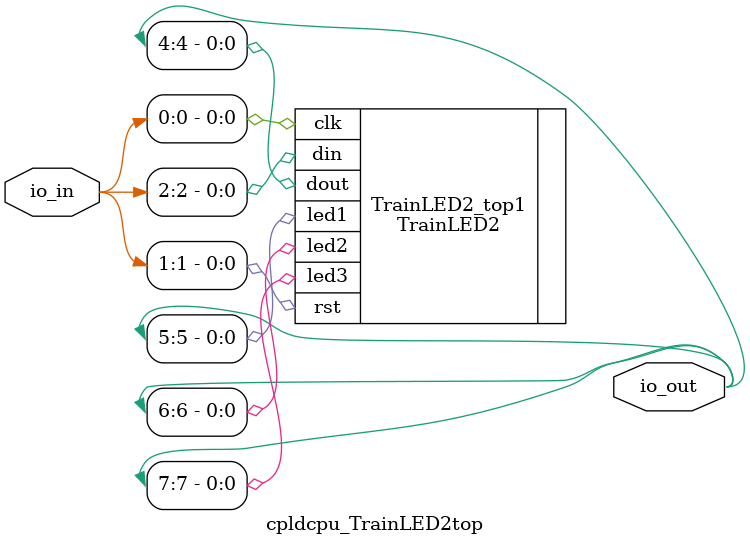
<source format=v>
module cpldcpu_TrainLED2top(
  input [7:0] io_in,
  output [7:0] io_out
);

// Instance 1
TrainLED2 TrainLED2_top1 (
  .clk(io_in[0]),
  .rst(io_in[1]),
  .din(io_in[2]),
  .dout(io_out[0]),
  .led1(io_out[1]),
  .led2(io_out[2]),
  .led3(io_out[3]),
  .dout(io_out[4]),
  .led1(io_out[5]),
  .led2(io_out[6]),
  .led3(io_out[7])
);


endmodule
</source>
